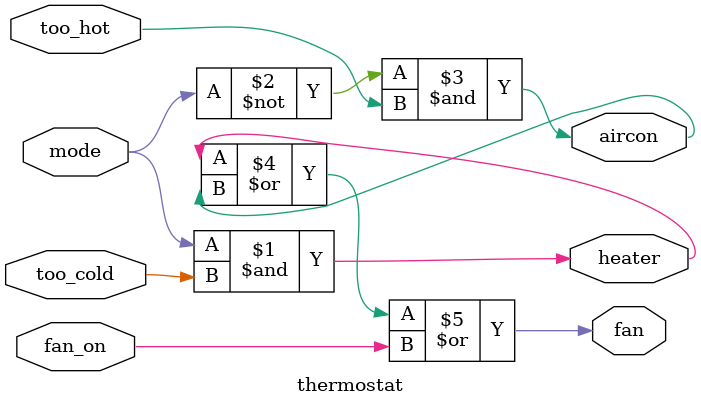
<source format=sv>
module thermostat 
(
  input too_cold,
  input too_hot,
  input mode,
  input fan_on,
  output heater,
  output aircon,
  output fan
);

  assign heater = mode & too_cold;
  assign aircon = (~mode) & too_hot;
  assign fan = heater | aircon | fan_on;

endmodule
</source>
